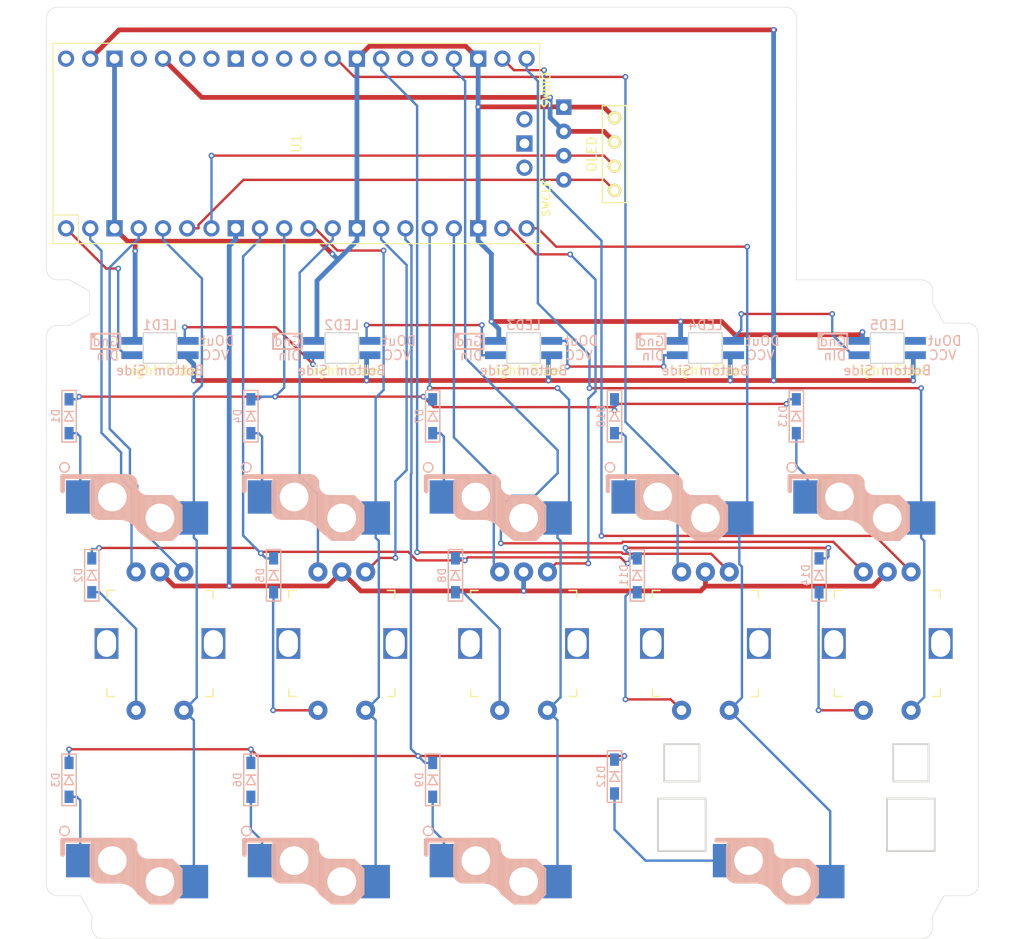
<source format=kicad_pcb>
(kicad_pcb (version 20240108) (generator "pcbnew") (generator_version "8.0")
  (layers (0 "F.Cu" signal) (31 "B.Cu" signal) (34 "B.Paste" user) (35 "F.Paste" user) (36 "B.SilkS" user "B.Silkscreen") (37 "F.SilkS" user "F.Silkscreen") (38 "B.Mask" user) (39 "F.Mask" user) (44 "Edge.Cuts" user))
  (net 0 "")
  (net 1 "Net-(D1-A)")
  (net 2 "Row0")
  (net 3 "Net-(D2-A)")
  (net 4 "Row1")
  (net 5 "Net-(D3-A)")
  (net 6 "Net-(D4-A)")
  (net 7 "Net-(D5-A)")
  (net 8 "Net-(D6-A)")
  (net 9 "Net-(D7-A)")
  (net 10 "Net-(D8-A)")
  (net 11 "Net-(D9-A)")
  (net 12 "SCL")
  (net 13 "GND")
  (net 14 "SDA")
  (net 15 "VCC")
  (net 16 "Col0")
  (net 17 "Col1")
  (net 18 "Col2")
  (net 19 "Col3")
  (net 21 "LED")
  (net 22 "Col4")
  (net 23 "Row2")
  (net 24 "Net-(D11-A)")
  (net 31 "Net-(D12-A)")
  (net 32 "Net-(LED1-DOUT)")
  (net 33 "Net-(D13-A)")
  (net 34 "RE1_B")
  (net 35 "RE1_A")
  (net 36 "RE2_A")
  (net 37 "RE2_B")
  (net 38 "RE3_A")
  (net 39 "RE3_B")
  (net 40 "RE4_A")
  (net 41 "RE4_B")
  (net 42 "RE5_A")
  (net 43 "RE5_B")
  (net 44 "Net-(D10-A)")
  (net 45 "Net-(LED2-DOUT)")
  (net 46 "Net-(LED3-DOUT)")
  (net 47 "Net-(LED4-DOUT)")
  (net 54 "Net-(D14-A)")
  (net 55 "3v3")
  (footprint "kbd_Parts:Diode_SMD" (layer "F.Cu") (at 64.2938 59.5312 -90)
    (property "Reference" "D4")
    (property "Value" "D" (hide yes))
  )
  (footprint "kbd_Parts:LED_SK6812MINI-E_BL" (layer "F.Cu") (at 130.9688 52.3875)
    (property "Reference" "LED5")
    (property "Value" "LED_SK6812MINI-E")
    (fp_line (start -1.75 -1.6) (end 1.75 -1.6) (stroke (width 0.12)) (layer "Edge.Cuts"))
    (fp_line (start -1.75 1.6) (end -1.75 -1.6) (stroke (width 0.12)) (layer "Edge.Cuts"))
    (fp_line (start 1.75 -1.6) (end 1.75 1.6) (stroke (width 0.12)) (layer "Edge.Cuts"))
    (fp_line (start 1.75 1.6) (end -1.75 1.6) (stroke (width 0.12)) (layer "Edge.Cuts"))
  )
  (footprint "Rikkodo_FootPrint:rkd_Choc_v2_Hotswap_1u" (layer "F.Cu") (at 73.8188 102.3937)
    (property "Reference" "SW6" (hide yes))
    (property "Value" "SW_Push" (hide yes))
  )
  (footprint "kbd_Parts:Diode_SMD" (layer "F.Cu") (at 102.3938 97.2849 -90)
    (property "Reference" "D12")
    (property "Value" "D" (hide yes))
  )
  (footprint "Rikkodo_FootPrint:rkd_Choc_v2_Hotswap_1u" (layer "F.Cu") (at 92.8688 102.3937)
    (property "Reference" "SW9" (hide yes))
    (property "Value" "SW_Push" (hide yes))
  )
  (footprint "kbd_Parts:LED_SK6812MINI-E_BL" (layer "F.Cu") (at 54.7688 52.3874)
    (property "Reference" "LED1")
    (property "Value" "LED_SK6812MINI-E")
    (fp_line (start -1.75 -1.6) (end 1.75 -1.6) (stroke (width 0.12)) (layer "Edge.Cuts"))
    (fp_line (start -1.75 1.6) (end -1.75 -1.6) (stroke (width 0.12)) (layer "Edge.Cuts"))
    (fp_line (start 1.75 -1.6) (end 1.75 1.6) (stroke (width 0.12)) (layer "Edge.Cuts"))
    (fp_line (start 1.75 1.6) (end -1.75 1.6) (stroke (width 0.12)) (layer "Edge.Cuts"))
  )
  (footprint "kbd_Parts:RotaryEncoder_EC12E" (layer "F.Cu") (at 92.8688 83.3437 -90)
    (property "Reference" "SW8")
    (property "Value" "RotaryEncoder_Switch")
  )
  (footprint "kbd_Parts:LED_SK6812MINI-E_BL" (layer "F.Cu") (at 92.8688 52.3874)
    (property "Reference" "LED3")
    (property "Value" "LED_SK6812MINI-E")
    (fp_line (start -1.75 -1.6) (end 1.75 -1.6) (stroke (width 0.12)) (layer "Edge.Cuts"))
    (fp_line (start -1.75 1.6) (end -1.75 -1.6) (stroke (width 0.12)) (layer "Edge.Cuts"))
    (fp_line (start 1.75 -1.6) (end 1.75 1.6) (stroke (width 0.12)) (layer "Edge.Cuts"))
    (fp_line (start 1.75 1.6) (end -1.75 1.6) (stroke (width 0.12)) (layer "Edge.Cuts"))
  )
  (footprint "kbd_Parts:RotaryEncoder_EC12E" (layer "F.Cu") (at 73.8188 83.3437 -90)
    (property "Reference" "SW5")
    (property "Value" "RotaryEncoder_Switch")
  )
  (footprint "kbd_Parts:Diode_SMD" (layer "F.Cu") (at 45.2438 59.5312 -90)
    (property "Reference" "D1")
    (property "Value" "D" (hide yes))
  )
  (footprint "kbd_Parts:Diode_SMD" (layer "F.Cu") (at 64.2938 97.6312 -90)
    (property "Reference" "D6")
    (property "Value" "D" (hide yes))
  )
  (footprint "kbd_Parts:Diode_SMD" (layer "F.Cu") (at 83.3438 97.6312 -90)
    (property "Reference" "D9")
    (property "Value" "D" (hide yes))
  )
  (footprint "Rikkodo_FootPrint:rkd_Choc_v2_Hotswap_1u" (layer "F.Cu") (at 54.7688 102.3937)
    (property "Reference" "SW3" (hide yes))
    (property "Value" "SW_Push" (hide yes))
  )
  (footprint "kbd_Parts:OLED" (layer "F.Cu") (at 102.3938 35.8775 90)
    (property "Reference" "OL2")
    (property "Value" "OLED" (hide yes))
  )
  (footprint "Rikkodo_FootPrint:rkd_Choc_v2_Hotswap_2u" (layer "F.Cu") (at 121.44375 102.39375)
    (property "Reference" "SW12" (hide yes))
    (property "Value" "SW_Push" (hide yes))
    (fp_line (start -14.5 -2.8) (end -9.5 -2.8) (stroke (width 0.2)) (layer "Edge.Cuts"))
    (fp_line (start -14.5 2.7) (end -14.5 -2.8) (stroke (width 0.2)) (layer "Edge.Cuts"))
    (fp_line (start -13.85 -8.5) (end -10.15 -8.5) (stroke (width 0.2)) (layer "Edge.Cuts"))
    (fp_line (start -13.85 -4.6) (end -13.85 -8.5) (stroke (width 0.2)) (layer "Edge.Cuts"))
    (fp_line (start -10.15 -8.5) (end -10.15 -4.6) (stroke (width 0.2)) (layer "Edge.Cuts"))
    (fp_line (start -10.15 -4.6) (end -13.85 -4.6) (stroke (width 0.2)) (layer "Edge.Cuts"))
    (fp_line (start -9.5 -2.8) (end -9.5 2.7) (stroke (width 0.2)) (layer "Edge.Cuts"))
    (fp_line (start -9.5 2.7) (end -14.5 2.7) (stroke (width 0.2)) (layer "Edge.Cuts"))
    (fp_line (start 9.5 -2.8) (end 9.5 2.7) (stroke (width 0.2)) (layer "Edge.Cuts"))
    (fp_line (start 9.5 2.7) (end 14.5 2.7) (stroke (width 0.2)) (layer "Edge.Cuts"))
    (fp_line (start 10.15 -8.5) (end 10.15 -4.6) (stroke (width 0.2)) (layer "Edge.Cuts"))
    (fp_line (start 10.15 -4.6) (end 13.85 -4.6) (stroke (width 0.2)) (layer "Edge.Cuts"))
    (fp_line (start 13.85 -8.5) (end 10.15 -8.5) (stroke (width 0.2)) (layer "Edge.Cuts"))
    (fp_line (start 13.85 -8.5) (end 13.85 -4.6) (stroke (width 0.2)) (layer "Edge.Cuts"))
    (fp_line (start 14.5 -2.8) (end 9.5 -2.8) (stroke (width 0.2)) (layer "Edge.Cuts"))
    (fp_line (start 14.5 2.7) (end 14.5 -2.8) (stroke (width 0.2)) (layer "Edge.Cuts"))
  )
  (footprint "kbd_Parts:Diode_SMD" (layer "F.Cu") (at 102.3938 59.5312 -90)
    (property "Reference" "D10")
    (property "Value" "D" (hide yes))
  )
  (footprint "Rikkodo_FootPrint:rkd_Choc_v2_Hotswap_1u" (layer "F.Cu") (at 92.8688 64.2937)
    (property "Reference" "SW7" (hide yes))
    (property "Value" "SW_Push" (hide yes))
  )
  (footprint "Rikkodo_FootPrint:rkd_Choc_v2_Hotswap_1u" (layer "F.Cu") (at 130.9688 64.2937)
    (property "Reference" "SW13" (hide yes))
    (property "Value" "SW_Push" (hide yes))
  )
  (footprint "Rikkodo_FootPrint:rkd_RPi_Pico_TH" (layer "F.Cu") (at 69.0563 30.9562 90)
    (property "Reference" "U1")
    (property "Value" "Pico")
  )
  (footprint "kbd_Parts:LED_SK6812MINI-E_BL" (layer "F.Cu") (at 111.9188 52.3875)
    (property "Reference" "LED4")
    (property "Value" "LED_SK6812MINI-E")
    (fp_line (start -1.75 -1.6) (end 1.75 -1.6) (stroke (width 0.12)) (layer "Edge.Cuts"))
    (fp_line (start -1.75 1.6) (end -1.75 -1.6) (stroke (width 0.12)) (layer "Edge.Cuts"))
    (fp_line (start 1.75 -1.6) (end 1.75 1.6) (stroke (width 0.12)) (layer "Edge.Cuts"))
    (fp_line (start 1.75 1.6) (end -1.75 1.6) (stroke (width 0.12)) (layer "Edge.Cuts"))
  )
  (footprint "Rikkodo_FootPrint:rkd_Choc_v2_Hotswap_1u" (layer "F.Cu") (at 73.8188 64.2937)
    (property "Reference" "SW4" (hide yes))
    (property "Value" "SW_Push" (hide yes))
  )
  (footprint "BrownSugar_KBD:OLED_center_display" (layer "F.Cu") (at 78.5813 30.9562 90)
    (property "Reference" "OL1")
    (property "Value" "OLED" (hide yes))
  )
  (footprint "kbd_Parts:RotaryEncoder_EC12E" (layer "F.Cu") (at 130.9688 83.3437 -90)
    (property "Reference" "SW14")
    (property "Value" "RotaryEncoder_Switch")
  )
  (footprint "kbd_Parts:Diode_SMD" (layer "F.Cu") (at 123.825 76.2 -90)
    (property "Reference" "D14")
    (property "Value" "D" (hide yes))
  )
  (footprint "kbd_Parts:Diode_SMD" (layer "F.Cu") (at 121.4438 59.5312 -90)
    (property "Reference" "D13")
    (property "Value" "D" (hide yes))
  )
  (footprint "kbd_Parts:Diode_SMD" (layer "F.Cu") (at 66.675 76.2 -90)
    (property "Reference" "D5")
    (property "Value" "D" (hide yes))
  )
  (footprint "Rikkodo_FootPrint:rkd_Choc_v2_Hotswap_1u" (layer "F.Cu") (at 111.9188 64.2937)
    (property "Reference" "SW10" (hide yes))
    (property "Value" "SW_Push" (hide yes))
  )
  (footprint "kbd_Parts:Diode_SMD" (layer "F.Cu") (at 83.3438 59.5312 -90)
    (property "Reference" "D7")
    (property "Value" "D" (hide yes))
  )
  (footprint "kbd_Parts:Diode_SMD" (layer "F.Cu") (at 45.2438 97.6312 -90)
    (property "Reference" "D3")
    (property "Value" "D" (hide yes))
  )
  (footprint "kbd_Parts:Diode_SMD" (layer "F.Cu") (at 104.775 76.2 -90)
    (property "Reference" "D11")
    (property "Value" "D" (hide yes))
  )
  (footprint "kbd_Parts:Diode_SMD" (layer "F.Cu") (at 47.625 76.2 -90)
    (property "Reference" "D2")
    (property "Value" "D" (hide yes))
  )
  (footprint "kbd_Parts:Diode_SMD" (layer "F.Cu") (at 85.725 76.2 -90)
    (property "Reference" "D8")
    (property "Value" "D" (hide yes))
  )
  (footprint "kbd_Parts:RotaryEncoder_EC12E" (layer "F.Cu") (at 54.7688 83.3437 -90)
    (property "Reference" "SW2")
    (property "Value" "RotaryEncoder_Switch")
  )
  (footprint "kbd_Parts:RotaryEncoder_EC12E" (layer "F.Cu") (at 111.9188 83.3437 -90)
    (property "Reference" "SW11")
    (property "Value" "RotaryEncoder_Switch")
  )
  (footprint "kbd_Parts:LED_SK6812MINI-E_BL" (layer "F.Cu") (at 73.8188 52.3874)
    (property "Reference" "LED2")
    (property "Value" "LED_SK6812MINI-E")
    (fp_line (start -1.75 -1.6) (end 1.75 -1.6) (stroke (width 0.12)) (layer "Edge.Cuts"))
    (fp_line (start -1.75 1.6) (end -1.75 -1.6) (stroke (width 0.12)) (layer "Edge.Cuts"))
    (fp_line (start 1.75 -1.6) (end 1.75 1.6) (stroke (width 0.12)) (layer "Edge.Cuts"))
    (fp_line (start 1.75 1.6) (end -1.75 1.6) (stroke (width 0.12)) (layer "Edge.Cuts"))
  )
  (footprint "Rikkodo_FootPrint:rkd_Choc_v2_Hotswap_1u" (layer "F.Cu") (at 54.7687 64.2937)
    (property "Reference" "SW1" (hide yes))
    (property "Value" "SW_Push" (hide yes))
  )
  (gr_arc (start 135.73125 113.109375) (mid 135.382524 113.951274) (end 134.540625 114.3) (stroke (width 0.05)) (layer "Edge.Cuts"))
  (gr_line (start 42.862525 51.196875) (end 42.853125 108.578125) (stroke (width 0.05)) (layer "Edge.Cuts"))
  (gr_line (start 42.862525 17.859375) (end 42.8625 44.053125) (stroke (width 0.05)) (layer "Edge.Cuts"))
  (gr_arc (start 42.862525 51.196875) (mid 43.211244 50.354994) (end 44.053125 50.006275) (stroke (width 0.05)) (layer "Edge.Cuts"))
  (gr_line (start 45.24375 45.225) (end 47.39375 46.425) (stroke (width 0.05)) (layer "Edge.Cuts"))
  (gr_arc (start 44.053125 45.24375) (mid 43.211226 44.895024) (end 42.8625 44.053125) (stroke (width 0.05)) (layer "Edge.Cuts"))
  (gr_arc (start 140.503125 108.578125) (mid 140.154399 109.420024) (end 139.3125 109.76875) (stroke (width 0.05)) (layer "Edge.Cuts"))
  (gr_line (start 139.3125 49.775) (end 136.9125 49.775) (stroke (width 0.05)) (layer "Edge.Cuts"))
  (gr_line (start 135.73125 113.109375) (end 135.7125 111.91875) (stroke (width 0.05)) (layer "Edge.Cuts"))
  (gr_line (start 140.503125 50.965625) (end 140.503125 108.578125) (stroke (width 0.05)) (layer "Edge.Cuts"))
  (gr_line (start 44.04375 109.76875) (end 46.44375 109.76875) (stroke (width 0.05)) (layer "Edge.Cuts"))
  (gr_line (start 136.9125 109.76875) (end 139.3125 109.76875) (stroke (width 0.05)) (layer "Edge.Cuts"))
  (gr_arc (start 48.815625 114.3) (mid 47.973726 113.951274) (end 47.625 113.109375) (stroke (width 0.05)) (layer "Edge.Cuts"))
  (gr_line (start 121.471875 17.8594) (end 121.44375 45.24375) (stroke (width 0.05)) (layer "Edge.Cuts"))
  (gr_line (start 47.39375 48.825) (end 47.39375 46.425) (stroke (width 0.05)) (layer "Edge.Cuts"))
  (gr_arc (start 134.540625 45.24375) (mid 135.382502 45.592498) (end 135.73125 46.434375) (stroke (width 0.05)) (layer "Edge.Cuts"))
  (gr_line (start 47.64375 111.91875) (end 47.625 113.109375) (stroke (width 0.05)) (layer "Edge.Cuts"))
  (gr_line (start 120.28125 16.668775) (end 44.05315 16.66875) (stroke (width 0.05)) (layer "Edge.Cuts"))
  (gr_line (start 44.053125 50.006275) (end 45.24375 50.025) (stroke (width 0.05)) (layer "Edge.Cuts"))
  (gr_line (start 45.24375 50.025) (end 47.39375 48.825) (stroke (width 0.05)) (layer "Edge.Cuts"))
  (gr_line (start 45.24375 45.225) (end 44.053125 45.24375) (stroke (width 0.05)) (layer "Edge.Cuts"))
  (gr_arc (start 42.862525 17.859375) (mid 43.211261 17.017501) (end 44.05315 16.66875) (stroke (width 0.05)) (layer "Edge.Cuts"))
  (gr_line (start 48.815625 114.3) (end 134.540625 114.3) (stroke (width 0.05)) (layer "Edge.Cuts"))
  (gr_arc (start 44.04375 109.76875) (mid 43.201851 109.420024) (end 42.853125 108.578125) (stroke (width 0.05)) (layer "Edge.Cuts"))
  (gr_arc (start 139.3125 49.775) (mid 140.154399 50.123726) (end 140.503125 50.965625) (stroke (width 0.05)) (layer "Edge.Cuts"))
  (gr_arc (start 120.28125 16.668775) (mid 121.123108 17.01752) (end 121.471875 17.8594) (stroke (width 0.05)) (layer "Edge.Cuts"))
  (gr_line (start 135.7125 47.625) (end 136.9125 49.775) (stroke (width 0.05)) (layer "Edge.Cuts"))
  (gr_line (start 121.44375 45.24375) (end 134.540625 45.24375) (stroke (width 0.05)) (layer "Edge.Cuts"))
  (gr_line (start 135.7125 111.91875) (end 136.9125 109.76875) (stroke (width 0.05)) (layer "Edge.Cuts"))
  (gr_line (start 46.44375 109.76875) (end 47.64375 111.91875) (stroke (width 0.05)) (layer "Edge.Cuts"))
  (gr_line (start 135.73125 46.434375) (end 135.7125 47.625) (stroke (width 0.05)) (layer "Edge.Cuts"))
  (segment (start 45.2438 61.3062) (end 46.0455 61.3062) (width 0.25) (layer "B.Cu") (net 1))
  (segment (start 46.4187 61.6794) (end 46.0455 61.3062) (width 0.25) (layer "B.Cu") (net 1))
  (segment (start 46.4187 67.9937) (end 46.4187 61.6794) (width 0.25) (layer "B.Cu") (net 1))
  (segment (start 46.294 57.4814) (end 66.8373 57.4814) (width 0.25) (layer "F.Cu") (net 2))
  (segment (start 102.7344 58.2394) (end 102.3938 58.58) (width 0.25) (layer "F.Cu") (net 2))
  (segment (start 102.3938 58.58) (end 102.3938 58.9206) (width 0.25) (layer "F.Cu") (net 2))
  (segment (start 102.3938 58.58) (end 83.4518 58.58) (width 0.25) (layer "F.Cu") (net 2))
  (segment (start 120.4086 58.2394) (end 102.7344 58.2394) (width 0.25) (layer "F.Cu") (net 2))
  (segment (start 83.4518 58.58) (end 82.3532 57.4814) (width 0.25) (layer "F.Cu") (net 2))
  (segment (start 82.3532 57.4814) (end 66.8373 57.4814) (width 0.25) (layer "F.Cu") (net 2))
  (via (at 82.3532 57.4814) (size 0.6) (drill 0.3) (layers "F.Cu" "B.Cu") (net 2))
  (via (at 102.3938 58.9206) (size 0.6) (drill 0.3) (layers "F.Cu" "B.Cu") (net 2))
  (via (at 120.4086 58.2394) (size 0.6) (drill 0.3) (layers "F.Cu" "B.Cu") (net 2))
  (via (at 66.8373 57.4814) (size 0.6) (drill 0.3) (layers "F.Cu" "B.Cu") (net 2))
  (via (at 46.294 57.4814) (size 0.6) (drill 0.3) (layers "F.Cu" "B.Cu") (net 2))
  (segment (start 120.6421 58.0059) (end 120.4086 58.2394) (width 0.25) (layer "B.Cu") (net 2))
  (segment (start 67.7863 39.8462) (end 67.7863 56.5324) (width 0.25) (layer "B.Cu") (net 2))
  (segment (start 66.8373 57.4814) (end 65.3703 57.4814) (width 0.25) (layer "B.Cu") (net 2))
  (segment (start 46.0455 57.7562) (end 46.0455 57.7299) (width 0.25) (layer "B.Cu") (net 2))
  (segment (start 67.7863 56.5324) (end 66.8373 57.4814) (width 0.25) (layer "B.Cu") (net 2))
  (segment (start 64.2938 57.7562) (end 65.0955 57.7562) (width 0.25) (layer "B.Cu") (net 2))
  (segment (start 121.4438 57.7562) (end 120.6421 57.7562) (width 0.25) (layer "B.Cu") (net 2))
  (segment (start 65.3703 57.4814) (end 65.0955 57.7562) (width 0.25) (layer "B.Cu") (net 2))
  (segment (start 83.3438 57.7562) (end 82.628 57.7562) (width 0.25) (layer "B.Cu") (net 2))
  (segment (start 45.2438 57.7562) (end 46.0455 57.7562) (width 0.25) (layer "B.Cu") (net 2))
  (segment (start 120.6421 57.7562) (end 120.6421 58.0059) (width 0.25) (layer "B.Cu") (net 2))
  (segment (start 82.628 57.7562) (end 82.3532 57.4814) (width 0.25) (layer "B.Cu") (net 2))
  (segment (start 102.3938 57.7562) (end 102.3938 58.9206) (width 0.25) (layer "B.Cu") (net 2))
  (segment (start 46.0455 57.7299) (end 46.294 57.4814) (width 0.25) (layer "B.Cu") (net 2))
  (segment (start 52.2688 90.3437) (end 52.2688 81.8171) (width 0.25) (layer "B.Cu") (net 3))
  (segment (start 47.625 77.975) (end 48.4267 77.975) (width 0.25) (layer "B.Cu") (net 3))
  (segment (start 52.2688 81.8171) (end 48.4267 77.975) (width 0.25) (layer "B.Cu") (net 3))
  (segment (start 103.5397 73.3181) (end 124.805 73.3181) (width 0.25) (layer "F.Cu") (net 4))
  (segment (start 103.0145 74.3179) (end 103.6512 74.9546) (width 0.25) (layer "F.Cu") (net 4))
  (segment (start 48.3918 73.3353) (end 64.7836 73.3353) (width 0.25) (layer "F.Cu") (net 4))
  (segment (start 64.7836 73.3353) (end 65.3405 73.8922) (width 0.25) (layer "F.Cu") (net 4))
  (segment (start 86.7156 74.6362) (end 81.668 74.6362) (width 0.25) (layer "F.Cu") (net 4))
  (segment (start 87.0339 74.3179) (end 103.0145 74.3179) (width 0.25) (layer "F.Cu") (net 4))
  (segment (start 86.7156 74.6362) (end 87.0339 74.3179) (width 0.25) (layer "F.Cu") (net 4))
  (segment (start 103.6512 74.9546) (end 103.7787 74.9546) (width 0.25) (layer "F.Cu") (net 4))
  (segment (start 81.668 74.6362) (end 80.7738 73.742) (width 0.25) (layer "F.Cu") (net 4))
  (segment (start 80.7738 73.742) (end 65.4907 73.742) (width 0.25) (layer "F.Cu") (net 4))
  (segment (start 65.4907 73.742) (end 65.3405 73.8922) (width 0.25) (layer "F.Cu") (net 4))
  (via (at 65.3405 73.8922) (size 0.6) (drill 0.3) (layers "F.Cu" "B.Cu") (net 4))
  (via (at 86.7156 74.6362) (size 0.6) (drill 0.3) (layers "F.Cu" "B.Cu") (net 4))
  (via (at 48.3918 73.3353) (size 0.6) (drill 0.3) (layers "F.Cu" "B.Cu") (net 4))
  (via (at 103.5397 73.3181) (size 0.6) (drill 0.3) (layers "F.Cu" "B.Cu") (net 4))
  (via (at 103.7787 74.9546) (size 0.6) (drill 0.3) (layers "F.Cu" "B.Cu") (net 4))
  (via (at 124.805 73.3181) (size 0.6) (drill 0.3) (layers "F.Cu" "B.Cu") (net 4))
  (segment (start 63.4808 72.0325) (end 65.3405 73.8922) (width 0.25) (layer "B.Cu") (net 4))
  (segment (start 124.805 74.2467) (end 124.805 73.3181) (width 0.25) (layer "B.Cu") (net 4))
  (segment (start 104.775 74.425) (end 104.3742 74.425) (width 0.25) (layer "B.Cu") (net 4))
  (segment (start 103.5397 73.5905) (end 103.5397 73.3181) (width 0.25) (layer "B.Cu") (net 4))
  (segment (start 65.3405 73.8922) (end 65.8733 74.425) (width 0.25) (layer "B.Cu") (net 4))
  (segment (start 65.2463 39.8462) (end 65.2463 41.0229) (width 0.25) (layer "B.Cu") (net 4))
  (segment (start 63.4808 42.7884) (end 63.4808 72.0325) (width 0.25) (layer "B.Cu") (net 4))
  (segment (start 103.9733 74.76) (end 103.9733 74.425) (width 0.25) (layer "B.Cu") (net 4))
  (segment (start 86.5267 74.4473) (end 86.7156 74.6362) (width 0.25) (layer "B.Cu") (net 4))
  (segment (start 66.675 74.425) (end 65.8733 74.425) (width 0.25) (layer "B.Cu") (net 4))
  (segment (start 47.625 74.425) (end 47.625 73.4483) (width 0.25) (layer "B.Cu") (net 4))
  (segment (start 47.625 73.4483) (end 48.2788 73.4483) (width 0.25) (layer "B.Cu") (net 4))
  (segment (start 86.5267 74.425) (end 86.5267 74.4473) (width 0.25) (layer "B.Cu") (net 4))
  (segment (start 103.7787 74.9546) (end 103.9733 74.76) (width 0.25) (layer "B.Cu") (net 4))
  (segment (start 48.2788 73.4483) (end 48.3918 73.3353) (width 0.25) (layer "B.Cu") (net 4))
  (segment (start 104.3742 74.425) (end 103.5397 73.5905) (width 0.25) (layer "B.Cu") (net 4))
  (segment (start 85.725 74.425) (end 86.5267 74.425) (width 0.25) (layer "B.Cu") (net 4))
  (segment (start 124.6267 74.425) (end 124.805 74.2467) (width 0.25) (layer "B.Cu") (net 4))
  (segment (start 123.825 74.425) (end 124.6267 74.425) (width 0.25) (layer "B.Cu") (net 4))
  (segment (start 104.3742 74.425) (end 103.9733 74.425) (width 0.25) (layer "B.Cu") (net 4))
  (segment (start 65.2463 41.0229) (end 63.4808 42.7884) (width 0.25) (layer "B.Cu") (net 4))
  (segment (start 45.2438 99.4062) (end 46.0455 99.4062) (width 0.25) (layer "B.Cu") (net 5))
  (segment (start 46.4188 99.7795) (end 46.0455 99.4062) (width 0.25) (layer "B.Cu") (net 5))
  (segment (start 46.4188 106.0937) (end 46.4188 99.7795) (width 0.25) (layer "B.Cu") (net 5))
  (segment (start 65.4688 61.6795) (end 65.0955 61.3062) (width 0.25) (layer "B.Cu") (net 6))
  (segment (start 65.4688 67.9937) (end 65.4688 61.6795) (width 0.25) (layer "B.Cu") (net 6))
  (segment (start 64.2938 61.3062) (end 65.0955 61.3062) (width 0.25) (layer "B.Cu") (net 6))
  (segment (start 71.3188 90.3437) (end 66.6242 90.3437) (width 0.25) (layer "F.Cu") (net 7))
  (via (at 66.6242 90.3437) (size 0.6) (drill 0.3) (layers "F.Cu" "B.Cu") (net 7))
  (segment (start 66.6242 79.0025) (end 66.6242 90.3437) (width 0.25) (layer "B.Cu") (net 7))
  (segment (start 66.675 78.9517) (end 66.6242 79.0025) (width 0.25) (layer "B.Cu") (net 7))
  (segment (start 66.675 77.975) (end 66.675 78.9517) (width 0.25) (layer "B.Cu") (net 7))
  (segment (start 64.2938 102.842) (end 64.2938 99.4062) (width 0.25) (layer "B.Cu") (net 8))
  (segment (start 65.4688 104.017) (end 64.2938 102.842) (width 0.25) (layer "B.Cu") (net 8))
  (segment (start 65.4688 106.0937) (end 65.4688 104.017) (width 0.25) (layer "B.Cu") (net 8))
  (segment (start 84.5188 61.6795) (end 84.1455 61.3062) (width 0.25) (layer "B.Cu") (net 9))
  (segment (start 83.3438 61.3062) (end 84.1455 61.3062) (width 0.25) (layer "B.Cu") (net 9))
  (segment (start 84.5188 67.9937) (end 84.5188 61.6795) (width 0.25) (layer "B.Cu") (net 9))
  (segment (start 90.3688 81.8171) (end 86.5267 77.975) (width 0.25) (layer "B.Cu") (net 10))
  (segment (start 90.3688 90.3437) (end 90.3688 81.8171) (width 0.25) (layer "B.Cu") (net 10))
  (segment (start 85.725 77.975) (end 86.5267 77.975) (width 0.25) (layer "B.Cu") (net 10))
  (segment (start 83.3438 102.842) (end 83.3438 99.4062) (width 0.25) (layer "B.Cu") (net 11))
  (segment (start 84.5188 106.0937) (end 84.5188 104.017) (width 0.25) (layer "B.Cu") (net 11))
  (segment (start 84.5188 104.017) (end 83.3438 102.842) (width 0.25) (layer "B.Cu") (net 11))
  (segment (start 97.0813 32.2262) (end 60.1663 32.2262) (width 0.25) (layer "F.Cu") (net 12))
  (segment (start 97.0813 32.2262) (end 101.2825 32.2262) (width 0.25) (layer "F.Cu") (net 12))
  (segment (start 101.2825 32.2262) (end 102.3938 33.3375) (width 0.25) (layer "F.Cu") (net 12))
  (via (at 60.1663 32.2262) (size 0.6) (drill 0.3) (layers "F.Cu" "B.Cu") (net 12))
  (segment (start 60.1663 39.8462) (end 60.1663 32.2262) (width 0.25) (layer "B.Cu") (net 12))
  (segment (start 111.4212 77.8342) (end 111.9188 77.3366) (width 0.5) (layer "F.Cu") (net 13))
  (segment (start 52.1688 41.1989) (end 62.7063 41.1989) (width 0.5) (layer "F.Cu") (net 13))
  (segment (start 52.1688 41.1989) (end 52.1688 42.2359) (width 0.5) (layer "F.Cu") (net 13))
  (segment (start 72.3431 77.3194) (end 73.8188 75.8437) (width 0.5) (layer "F.Cu") (net 13))
  (segment (start 89.4942 49.6068) (end 109.3188 49.6068) (width 0.5) (layer "F.Cu") (net 13))
  (segment (start 50.0063 39.8462) (end 51.359 41.1989) (width 0.5) (layer "F.Cu") (net 13))
  (segment (start 113.604025 49.6068) (end 114.991125 50.9939) (width 0.5) (layer "F.Cu") (net 13))
  (segment (start 62.7063 39.8462) (end 62.7063 41.1989) (width 0.5) (layer "F.Cu") (net 13))
  (segment (start 97.0813 27.1462) (end 97.0513 27.1162) (width 0.5) (layer "F.Cu") (net 13))
  (segment (start 114.991125 50.9939) (end 128.0902 50.9939) (width 0.5) (layer "F.Cu") (net 13))
  (segment (start 51.359 41.1989) (end 52.1688 41.1989) (width 0.5) (layer "F.Cu") (net 13))
  (segment (start 71.4917 41.1989) (end 72.8275 42.5347) (width 0.5) (layer "F.Cu") (net 13))
  (segment (start 129.4759 77.3366) (end 130.9688 75.8437) (width 0.5) (layer "F.Cu") (net 13))
  (segment (start 102.3938 28.2575) (end 101.2825 27.1462) (width 0.5) (layer "F.Cu") (net 13))
  (segment (start 54.7688 75.8437) (end 56.2445 77.3194) (width 0.5) (layer "F.Cu") (net 13))
  (segment (start 62.0269 77.3194) (end 72.3431 77.3194) (width 0.5) (layer "F.Cu") (net 13))
  (segment (start 86.8063 20.7662) (end 88.1063 22.0662) (width 0.5) (layer "F.Cu") (net 13))
  (segment (start 92.8688 77.8342) (end 111.4212 77.8342) (width 0.5) (layer "F.Cu") (net 13))
  (segment (start 56.2445 77.3194) (end 62.0269 77.3194) (width 0.5) (layer "F.Cu") (net 13))
  (segment (start 111.9188 77.3366) (end 129.4759 77.3366) (width 0.5) (layer "F.Cu") (net 13))
  (segment (start 88.1065 27.1162) (end 88.1063 27.1164) (width 0.5) (layer "F.Cu") (net 13))
  (segment (start 75.8093 77.8342) (end 92.8688 77.8342) (width 0.5) (layer "F.Cu") (net 13))
  (segment (start 109.3188 49.6068) (end 113.604025 49.6068) (width 0.5) (layer "F.Cu") (net 13))
  (segment (start 97.0513 27.1162) (end 88.1065 27.1162) (width 0.5) (layer "F.Cu") (net 13))
  (segment (start 101.2825 27.1462) (end 97.0813 27.1462) (width 0.5) (layer "F.Cu") (net 13))
  (segment (start 128.0902 50.9939) (end 128.3688 50.7153) (width 0.5) (layer "F.Cu") (net 13))
  (segment (start 62.7063 41.1989) (end 71.4917 41.1989) (width 0.5) (layer "F.Cu") (net 13))
  (segment (start 73.8188 75.8437) (end 75.8093 77.8342) (width 0.5) (layer "F.Cu") (net 13))
  (segment (start 76.7063 20.7662) (end 86.8063 20.7662) (width 0.5) (layer "F.Cu") (net 13))
  (segment (start 75.4063 22.0662) (end 76.7063 20.7662) (width 0.5) (layer "F.Cu") (net 13))
  (segment (start 111.9188 77.3366) (end 111.9188 75.8437) (width 0.5) (layer "F.Cu") (net 13))
  (via (at 89.4942 49.6068) (size 0.6) (drill 0.3) (layers "F.Cu" "B.Cu") (net 13))
  (via (at 88.1063 27.1164) (size 0.6) (drill 0.3) (layers "F.Cu" "B.Cu") (net 13))
  (via (at 62.0269 77.3194) (size 0.6) (drill 0.3) (layers "F.Cu" "B.Cu") (net 13))
  (via (at 72.8275 42.5347) (size 0.6) (drill 0.3) (layers "F.Cu" "B.Cu") (net 13))
  (via (at 109.3188 49.6068) (size 0.6) (drill 0.3) (layers "F.Cu" "B.Cu") (net 13))
  (via (at 52.1688 42.2359) (size 0.6) (drill 0.3) (layers "F.Cu" "B.Cu") (net 13))
  (via (at 128.3688 50.7153) (size 0.6) (drill 0.3) (layers "F.Cu" "B.Cu") (net 13))
  (via (at 92.8688 77.8342) (size 0.6) (drill 0.3) (layers "F.Cu" "B.Cu") (net 13))
  (segment (start 73.4235 43.1307) (end 75.4063 41.1479) (width 0.5) (layer "B.Cu") (net 13))
  (segment (start 109.3188 51.6375) (end 109.3188 49.6068) (width 0.5) (layer "B.Cu") (net 13))
  (segment (start 72.8275 42.5347) (end 73.4235 43.1307) (width 0.5) (layer "B.Cu") (net 13))
  (segment (start 75.4063 22.0662) (end 75.4063 39.8462) (width 0.5) (layer "B.Cu") (net 13))
  (segment (start 71.2188 45.3354) (end 73.4235 43.1307) (width 0.5) (layer "B.Cu") (net 13))
  (segment (start 89.4942 49.6068) (end 90.2688 50.3814) (width 0.5) (layer "B.Cu") (net 13))
  (segment (start 88.1063 41.1479) (end 89.4942 42.5358) (width 0.5) (layer "B.Cu") (net 13))
  (segment (start 52.1688 51.6374) (end 52.1688 42.2359) (width 0.5) (layer "B.Cu") (net 13))
  (segment (start 88.1063 22.0662) (end 88.1063 27.1164) (width 0.5) (layer "B.Cu") (net 13))
  (segment (start 62.0269 41.692388) (end 62.0269 77.3194) (width 0.5) (layer "B.Cu") (net 13))
  (segment (start 89.4942 42.5358) (end 89.4942 49.6068) (width 0.5) (layer "B.Cu") (net 13))
  (segment (start 71.2188 51.6374) (end 71.2188 45.3354) (width 0.5) (layer "B.Cu") (net 13))
  (segment (start 128.3688 51.6375) (end 128.3688 50.7153) (width 0.5) (layer "B.Cu") (net 13))
  (segment (start 62.7063 39.8462) (end 62.7063 41.012988) (width 0.5) (layer "B.Cu") (net 13))
  (segment (start 75.4063 39.8462) (end 75.4063 41.1479) (width 0.5) (layer "B.Cu") (net 13))
  (segment (start 62.7063 41.012988) (end 62.0269 41.692388) (width 0.5) (layer "B.Cu") (net 13))
  (segment (start 88.1063 27.1164) (end 88.1063 39.8462) (width 0.5) (layer "B.Cu") (net 13))
  (segment (start 90.2688 50.3814) (end 90.2688 51.6374) (width 0.5) (layer "B.Cu") (net 13))
  (segment (start 92.8688 75.8437) (end 92.8688 77.8342) (width 0.5) (layer "B.Cu") (net 13))
  (segment (start 50.0063 22.0662) (end 50.0063 39.8462) (width 0.5) (layer "B.Cu") (net 13))
  (segment (start 88.1063 39.8462) (end 88.1063 41.1479) (width 0.5) (layer "B.Cu") (net 13))
  (segment (start 58.803 39.4785) (end 63.5153 34.7662) (width 0.25) (layer "F.Cu") (net 14))
  (segment (start 97.0813 34.7662) (end 101.2825 34.7662) (width 0.25) (layer "F.Cu") (net 14))
  (segment (start 58.803 39.8462) (end 58.803 39.4785) (width 0.25) (layer "F.Cu") (net 14))
  (segment (start 63.5153 34.7662) (end 97.0813 34.7662) (width 0.25) (layer "F.Cu") (net 14))
  (segment (start 101.2825 34.7662) (end 102.3938 35.8775) (width 0.25) (layer "F.Cu") (net 14))
  (segment (start 57.6263 39.8462) (end 58.803 39.8462) (width 0.25) (layer "F.Cu") (net 14))
  (segment (start 114.5188 55.7866) (end 133.6967 55.7866) (width 0.5) (layer "F.Cu") (net 15))
  (segment (start 76.4188 55.7866) (end 95.4688 55.7866) (width 0.5) (layer "F.Cu") (net 15))
  (segment (start 58.3083 55.7866) (end 76.4188 55.7866) (width 0.5) (layer "F.Cu") (net 15))
  (segment (start 50.4825 19.05) (end 119.1904 19.05) (width 0.5) (layer "F.Cu") (net 15))
  (segment (start 47.4663 22.0662) (end 50.4825 19.05) (width 0.5) (layer "F.Cu") (net 15))
  (segment (start 95.4688 55.7866) (end 114.5188 55.7866) (width 0.5) (layer "F.Cu") (net 15))
  (via (at 114.5188 55.7866) (size 0.6) (drill 0.3) (layers "F.Cu" "B.Cu") (net 15))
  (via (at 76.4188 55.7866) (size 0.6) (drill 0.3) (layers "F.Cu" "B.Cu") (net 15))
  (via (at 58.3083 55.7866) (size 0.6) (drill 0.3) (layers "F.Cu" "B.Cu") (net 15))
  (via (at 119.0625 19.05) (size 0.6) (drill 0.3) (layers "F.Cu" "B.Cu") (net 15))
  (via (at 95.4688 55.7866) (size 0.6) (drill 0.3) (layers "F.Cu" "B.Cu") (net 15))
  (via (at 133.6967 55.7866) (size 0.6) (drill 0.3) (layers "F.Cu" "B.Cu") (net 15))
  (via (at 119.0625 55.7866) (size 0.6) (drill 0.3) (layers "F.Cu" "B.Cu") (net 15))
  (segment (start 76.4188 53.1374) (end 76.4188 55.7866) (width 0.5) (layer "B.Cu") (net 15))
  (segment (start 57.3688 53.1374) (end 58.3083 54.0769) (width 0.5) (layer "B.Cu") (net 15))
  (segment (start 114.5188 53.1375) (end 114.5188 55.7866) (width 0.5) (layer "B.Cu") (net 15))
  (segment (start 119.0625 19.05) (end 119.0625 55.7866) (width 0.5) (layer "B.Cu") (net 15))
  (segment (start 133.5688 53.1375) (end 133.6967 53.2654) (width 0.5) (layer "B.Cu") (net 15))
  (segment (start 58.3083 54.0769) (end 58.3083 55.7866) (width 0.5) (layer "B.Cu") (net 15))
  (segment (start 133.6967 53.2654) (end 133.6967 55.7866) (width 0.5) (layer "B.Cu") (net 15))
  (segment (start 95.4688 53.1374) (end 95.4688 55.7866) (width 0.5) (layer "B.Cu") (net 15))
  (segment (start 59.1624 56.3243) (end 58.3187 57.168) (width 0.25) (layer "B.Cu") (net 16))
  (segment (start 58.3187 72.2704) (end 58.6187 72.5704) (width 0.25) (layer "B.Cu") (net 16))
  (segment (start 58.6187 88.9938) (end 57.2688 90.3437) (width 0.25) (layer "B.Cu") (net 16))
  (segment (start 57.2688 90.3437) (end 58.3188 91.3937) (width 0.25) (layer "B.Cu") (net 16))
  (segment (start 55.0863 39.8462) (end 55.0863 41.0229) (width 0.25) (layer "B.Cu") (net 16))
  (segment (start 58.3188 91.3937) (end 58.3188 108.2937) (width 0.25) (layer "B.Cu") (net 16))
  (segment (start 58.6187 72.5704) (end 58.6187 88.9938) (width 0.25) (layer "B.Cu") (net 16))
  (segment (start 59.1624 45.099) (end 59.1624 56.3243) (width 0.25) (layer "B.Cu") (net 16))
  (segment (start 58.3187 70.1937) (end 58.3187 72.2704) (width 0.25) (layer "B.Cu") (net 16))
  (segment (start 55.0863 41.0229) (end 59.1624 45.099) (width 0.25) (layer "B.Cu") (net 16))
  (segment (start 58.3187 57.168) (end 58.3187 70.1937) (width 0.25) (layer "B.Cu") (net 16))
  (segment (start 73.347984 42.1713) (end 78.2029 42.1713) (width 0.25) (layer "F.Cu") (net 17))
  (segment (start 71.022884 39.8462) (end 73.347984 42.1713) (width 0.25) (layer "F.Cu") (net 17))
  (segment (start 70.3263 39.8462) (end 71.022884 39.8462) (width 0.25) (layer "F.Cu") (net 17))
  (via (at 78.2029 42.1713) (size 0.6) (drill 0.3) (layers "F.Cu" "B.Cu") (net 17))
  (segment (start 76.3188 90.3437) (end 77.3688 91.3937) (width 0.25) (layer "B.Cu") (net 17))
  (segment (start 77.3688 91.3937) (end 77.3688 108.2937) (width 0.25) (layer "B.Cu") (net 17))
  (segment (start 77.3688 70.1937) (end 77.3688 72.2704) (width 0.25) (layer "B.Cu") (net 17))
  (segment (start 78.2029 56.7723) (end 77.3688 57.6064) (width 0.25) (layer "B.Cu") (net 17))
  (segment (start 78.2029 42.1713) (end 78.2029 56.7723) (width 0.25) (layer "B.Cu") (net 17))
  (segment (start 77.3688 72.2704) (end 77.698 72.5996) (width 0.25) (layer "B.Cu") (net 17))
  (segment (start 77.698 88.9645) (end 76.3188 90.3437) (width 0.25) (layer "B.Cu") (net 17))
  (segment (start 77.3688 57.6064) (end 77.3688 70.1937) (width 0.25) (layer "B.Cu") (net 17))
  (segment (start 77.698 72.5996) (end 77.698 88.9645) (width 0.25) (layer "B.Cu") (net 17))
  (segment (start 96.4188 56.5903) (end 83.0263 56.5903) (width 0.25) (layer "F.Cu") (net 18))
  (via (at 96.4188 56.5903) (size 0.6) (drill 0.3) (layers "F.Cu" "B.Cu") (net 18))
  (via (at 83.0263 56.5903) (size 0.6) (drill 0.3) (layers "F.Cu" "B.Cu") (net 18))
  (segment (start 95.3688 90.3437) (end 96.4188 91.3937) (width 0.25) (layer "B.Cu") (net 18))
  (segment (start 96.7432 88.9693) (end 95.3688 90.3437) (width 0.25) (layer "B.Cu") (net 18))
  (segment (start 96.4188 91.3937) (end 96.4188 108.2937) (width 0.25) (layer "B.Cu") (net 18))
  (segment (start 83.0263 39.8462) (end 83.0263 56.5903) (width 0.25) (layer "B.Cu") (net 18))
  (segment (start 97.63125 57.80275) (end 96.4188 56.5903) (width 0.25) (layer "B.Cu") (net 18))
  (segment (start 96.4188 72.2704) (end 96.7432 72.5948) (width 0.25) (layer "B.Cu") (net 18))
  (segment (start 96.4188 70.1937) (end 96.4188 72.2704) (width 0.25) (layer "B.Cu") (net 18))
  (segment (start 96.4188 70.1937) (end 97.63125 68.98125) (width 0.25) (layer "B.Cu") (net 18))
  (segment (start 97.63125 68.98125) (end 97.63125 57.80275) (width 0.25) (layer "B.Cu") (net 18))
  (segment (start 96.7432 72.5948) (end 96.7432 88.9693) (width 0.25) (layer "B.Cu") (net 18))
  (segment (start 96.2841 41.7673) (end 116.2956 41.7673) (width 0.25) (layer "F.Cu") (net 19))
  (segment (start 94.363 39.8462) (end 96.2841 41.7673) (width 0.25) (layer "F.Cu") (net 19))
  (segment (start 93.1863 39.8462) (end 94.363 39.8462) (width 0.25) (layer "F.Cu") (net 19))
  (via (at 116.2956 41.7673) (size 0.6) (drill 0.3) (layers "F.Cu" "B.Cu") (net 19))
  (segment (start 124.99375 100.91865) (end 124.99375 108.29375) (width 0.25) (layer "B.Cu") (net 19))
  (segment (start 115.7438 89.0187) (end 114.4188 90.3437) (width 0.25) (layer "B.Cu") (net 19))
  (segment (start 116.2956 69.3669) (end 116.2956 41.7673) (width 0.25) (layer "B.Cu") (net 19))
  (segment (start 115.4688 75.019867) (end 115.7438 75.294867) (width 0.25) (layer "B.Cu") (net 19))
  (segment (start 115.7438 75.294867) (end 115.7438 89.0187) (width 0.25) (layer "B.Cu") (net 19))
  (segment (start 115.4688 70.1937) (end 116.2956 69.3669) (width 0.25) (layer "B.Cu") (net 19))
  (segment (start 114.4188 90.3437) (end 124.99375 100.91865) (width 0.25) (layer "B.Cu") (net 19))
  (segment (start 115.4688 70.1937) (end 115.4688 75.019867) (width 0.25) (layer "B.Cu") (net 19))
  (segment (start 50.3921 44.057812) (end 49.137912 44.057812) (width 0.25) (layer "F.Cu") (net 21))
  (segment (start 49.137912 44.057812) (end 44.9263 39.8462) (width 0.25) (layer "F.Cu") (net 21))
  (via (at 50.3921 44.057812) (size 0.6) (drill 0.3) (layers "F.Cu" "B.Cu") (net 21))
  (segment (start 50.3921 52.3707) (end 51.1588 53.1374) (width 0.25) (layer "B.Cu") (net 21))
  (segment (start 51.1588 53.1374) (end 52.1688 53.1374) (width 0.25) (layer "B.Cu") (net 21))
  (segment (start 50.3921 44.057812) (end 50.3921 52.3707) (width 0.25) (layer "B.Cu") (net 21))
  (segment (start 99.7707 56.5903) (end 134.5188 56.5903) (width 0.25) (layer "F.Cu") (net 22))
  (via (at 99.7707 56.5903) (size 0.6) (drill 0.3) (layers "F.Cu" "B.Cu") (net 22))
  (via (at 134.5188 56.5903) (size 0.6) (drill 0.3) (layers "F.Cu" "B.Cu") (net 22))
  (segment (start 134.8461 72.5977) (end 134.8461 88.9664) (width 0.25) (layer "B.Cu") (net 22))
  (segment (start 134.5188 56.5903) (end 134.5188 70.1937) (width 0.25) (layer "B.Cu") (net 22))
  (segment (start 94.363 47.702) (end 94.363 24.4196) (width 0.25) (layer "B.Cu") (net 22))
  (segment (start 134.5188 72.2704) (end 134.8461 72.5977) (width 0.25) (layer "B.Cu") (net 22))
  (segment (start 94.363 24.4196) (end 93.1863 23.2429) (width 0.25) (layer "B.Cu") (net 22))
  (segment (start 93.1863 22.0662) (end 93.1863 23.2429) (width 0.25) (layer "B.Cu") (net 22))
  (segment (start 99.7707 56.5903) (end 99.7707 53.1097) (width 0.25) (layer "B.Cu") (net 22))
  (segment (start 134.8461 88.9664) (end 133.4688 90.3437) (width 0.25) (layer "B.Cu") (net 22))
  (segment (start 99.7707 53.1097) (end 94.363 47.702) (width 0.25) (layer "B.Cu") (net 22))
  (segment (start 134.5188 70.1937) (end 134.5188 72.2704) (width 0.25) (layer "B.Cu") (net 22))
  (segment (start 81.816 95.1301) (end 103.4329 95.1301) (width 0.25) (layer "F.Cu") (net 23))
  (segment (start 64.9969 95.1301) (end 81.816 95.1301) (width 0.25) (layer "F.Cu") (net 23))
  (segment (start 64.2938 94.427) (end 45.2438 94.427) (width 0.25) (layer "F.Cu") (net 23))
  (segment (start 64.2938 94.427) (end 64.9969 95.1301) (width 0.25) (layer "F.Cu") (net 23))
  (via (at 103.4329 95.1301) (size 0.6) (drill 0.3) (layers "F.Cu" "B.Cu") (net 23))
  (via (at 64.2938 94.427) (size 0.6) (drill 0.3) (layers "F.Cu" "B.Cu") (net 23))
  (via (at 45.2438 94.427) (size 0.6) (drill 0.3) (layers "F.Cu" "B.Cu") (net 23))
  (via (at 81.816 95.1301) (size 0.6) (drill 0.3) (layers "F.Cu" "B.Cu") (net 23))
  (segment (start 82.5421 95.8562) (end 81.816 95.1301) (width 0.25) (layer "B.Cu") (net 23))
  (segment (start 102.3938 95.5099) (end 103.1955 95.5099) (width 0.25) (layer "B.Cu") (net 23))
  (segment (start 103.4329 95.1301) (end 103.1955 95.3675) (width 0.25) (layer "B.Cu") (net 23))
  (segment (start 45.2438 94.8795) (end 45.2438 94.427) (width 0.25) (layer "B.Cu") (net 23))
  (segment (start 81.1188 65.531) (end 81.0623 65.5875) (width 0.25) (layer "B.Cu") (net 23))
  (segment (start 81.1188 41.6554) (end 81.1188 65.531) (width 0.25) (layer "B.Cu") (net 23))
  (segment (start 103.1955 95.3675) (end 103.1955 95.5099) (width 0.25) (layer "B.Cu") (net 23))
  (segment (start 64.2938 95.8562) (end 64.2938 94.427) (width 0.25) (layer "B.Cu") (net 23))
  (segment (start 45.2438 95.8562) (end 45.2438 94.8795) (width 0.25) (layer "B.Cu") (net 23))
  (segment (start 81.0623 94.3764) (end 81.816 95.1301) (width 0.25) (layer "B.Cu") (net 23))
  (segment (start 80.4863 39.8462) (end 80.4863 41.0229) (width 0.25) (layer "B.Cu") (net 23))
  (segment (start 81.0623 65.5875) (end 81.0623 94.3764) (width 0.25) (layer "B.Cu") (net 23))
  (segment (start 83.3438 95.8562) (end 82.5421 95.8562) (width 0.25) (layer "B.Cu") (net 23))
  (segment (start 80.4863 41.0229) (end 81.1188 41.6554) (width 0.25) (layer "B.Cu") (net 23))
  (segment (start 109.4188 90.3437) (end 108.276 89.2009) (width 0.25) (layer "F.Cu") (net 24))
  (segment (start 108.276 89.2009) (end 103.5397 89.2009) (width 0.25) (layer "F.Cu") (net 24))
  (via (at 103.5397 89.2009) (size 0.6) (drill 0.3) (layers "F.Cu" "B.Cu") (net 24))
  (segment (start 103.5397 78.4086) (end 103.9733 77.975) (width 0.25) (layer "B.Cu") (net 24))
  (segment (start 103.5397 89.2009) (end 103.5397 78.4086) (width 0.25) (layer "B.Cu") (net 24))
  (segment (start 104.775 77.975) (end 103.9733 77.975) (width 0.25) (layer "B.Cu") (net 24))
  (segment (start 102.3938 102.842) (end 102.3938 99.0599) (width 0.25) (layer "B.Cu") (net 31))
  (segment (start 113.64375 106.09375) (end 105.64555 106.09375) (width 0.25) (layer "B.Cu") (net 31))
  (segment (start 105.64555 106.09375) (end 102.3938 102.842) (width 0.25) (layer "B.Cu") (net 31))
  (segment (start 66.9158 50.2031) (end 70.7995 54.0868) (width 0.25) (layer "F.Cu") (net 32))
  (segment (start 57.3688 50.2031) (end 66.9158 50.2031) (width 0.25) (layer "F.Cu") (net 32))
  (via (at 70.7995 54.0868) (size 0.6) (drill 0.3) (layers "F.Cu" "B.Cu") (net 32))
  (via (at 57.3688 50.2031) (size 0.6) (drill 0.3) (layers "F.Cu" "B.Cu") (net 32))
  (segment (start 71.2188 53.1374) (end 70.7995 53.5567) (width 0.25) (layer "B.Cu") (net 32))
  (segment (start 70.7995 53.5567) (end 70.7995 54.0868) (width 0.25) (layer "B.Cu") (net 32))
  (segment (start 57.3688 51.6374) (end 57.3688 50.2031) (width 0.25) (layer "B.Cu") (net 32))
  (segment (start 121.4438 64.742) (end 121.4438 61.3062) (width 0.25) (layer "B.Cu") (net 33))
  (segment (start 122.6188 65.917) (end 121.4438 64.742) (width 0.25) (layer "B.Cu") (net 33))
  (segment (start 122.6188 67.9937) (end 122.6188 65.917) (width 0.25) (layer "B.Cu") (net 33))
  (segment (start 47.4663 41.0229) (end 48.643 42.1996) (width 0.25) (layer "B.Cu") (net 34))
  (segment (start 51.7894 75.3643) (end 52.2688 75.8437) (width 0.25) (layer "B.Cu") (net 34))
  (segment (start 48.643 42.1996) (end 48.643 61.2763) (width 0.25) (layer "B.Cu") (net 34))
  (segment (start 51.7894 67.1651) (end 51.7894 75.3643) (width 0.25) (layer "B.Cu") (net 34))
  (segment (start 48.643 61.2763) (end 50.6981 63.3314) (width 0.25) (layer "B.Cu") (net 34))
  (segment (start 50.6981 63.3314) (end 50.6981 66.0738) (width 0.25) (layer "B.Cu") (net 34))
  (segment (start 50.6981 66.0738) (end 51.7894 67.1651) (width 0.25) (layer "B.Cu") (net 34))
  (segment (start 47.4663 39.8462) (end 47.4663 41.0229) (width 0.25) (layer "B.Cu") (net 34))
  (segment (start 52.4135 41.0229) (end 49.497231 43.939169) (width 0.25) (layer "B.Cu") (net 35))
  (segment (start 52.3865 66.8053) (end 52.3865 70.9614) (width 0.25) (layer "B.Cu") (net 35))
  (segment (start 49.497231 43.939169) (end 49.497231 60.855231) (width 0.25) (layer "B.Cu") (net 35))
  (segment (start 51.621 62.979) (end 51.621 66.0398) (width 0.25) (layer "B.Cu") (net 35))
  (segment (start 49.497231 60.855231) (end 51.621 62.979) (width 0.25) (layer "B.Cu") (net 35))
  (segment (start 52.3865 70.9614) (end 57.2688 75.8437) (width 0.25) (layer "B.Cu") (net 35))
  (segment (start 51.621 66.0398) (end 52.3865 66.8053) (width 0.25) (layer "B.Cu") (net 35))
  (segment (start 52.5463 41.0229) (end 52.4135 41.0229) (width 0.25) (layer "B.Cu") (net 35))
  (segment (start 52.5463 39.8462) (end 52.5463 41.0229) (width 0.25) (layer "B.Cu") (net 35))
  (segment (start 77.7846 74.3779) (end 76.3188 75.8437) (width 0.25) (layer "F.Cu") (net 36))
  (segment (start 79.4388 74.3779) (end 77.7846 74.3779) (width 0.25) (layer "F.Cu") (net 36))
  (via (at 79.4388 74.3779) (size 0.6) (drill 0.3) (layers "F.Cu" "B.Cu") (net 36))
  (segment (start 79.4388 66.347) (end 79.4388 74.3779) (width 0.25) (layer "B.Cu") (net 36))
  (segment (start 80.6108 65.175) (end 79.4388 66.347) (width 0.25) (layer "B.Cu") (net 36))
  (segment (start 80.6108 43.6874) (end 80.6108 65.175) (width 0.25) (layer "B.Cu") (net 36))
  (segment (start 77.9463 39.8462) (end 77.9463 41.0229) (width 0.25) (layer "B.Cu") (net 36))
  (segment (start 77.9463 41.0229) (end 80.6108 43.6874) (width 0.25) (layer "B.Cu") (net 36))
  (segment (start 72.8663 39.8462) (end 72.8663 41.0229) (width 0.25) (layer "B.Cu") (net 37))
  (segment (start 71.3188 67.746925) (end 71.3188 75.8437) (width 0.25) (layer "B.Cu") (net 37))
  (segment (start 72.8663 41.0229) (end 69.4052 44.484) (width 0.25) (layer "B.Cu") (net 37))
  (segment (start 69.4052 44.484) (end 69.4052 65.833325) (width 0.25) (layer "B.Cu") (net 37))
  (segment (start 69.4052 65.833325) (end 71.3188 67.746925) (width 0.25) (layer "B.Cu") (net 37))
  (segment (start 95.3688 75.8437) (end 96.2579 74.9546) (width 0.25) (layer "F.Cu") (net 38))
  (segment (start 91.4553 39.8462) (end 94.18 42.5709) (width 0.25) (layer "F.Cu") (net 38))
  (segment (start 90.6463 39.8462) (end 91.4553 39.8462) (width 0.25) (layer "F.Cu") (net 38))
  (segment (start 96.2579 74.9546) (end 99.6497 74.9546) (width 0.25) (layer "F.Cu") (net 38))
  (segment (start 94.18 42.5709) (end 97.7505 42.5709) (width 0.25) (layer "F.Cu") (net 38))
  (via (at 97.7505 42.5709) (size 0.6) (drill 0.3) (layers "F.Cu" "B.Cu") (net 38))
  (via (at 99.6497 74.9546) (size 0.6) (drill 0.3) (layers "F.Cu" "B.Cu") (net 38))
  (segment (start 97.7505 42.5709) (end 100.4057 45.2261) (width 0.25) (layer "B.Cu") (net 38))
  (segment (start 100.4057 56.9341) (end 99.6497 57.6901) (width 0.25) (layer "B.Cu") (net 38))
  (segment (start 99.6497 57.6901) (end 99.6497 74.9546) (width 0.25) (layer "B.Cu") (net 38))
  (segment (start 100.4057 45.2261) (end 100.4057 56.9341) (width 0.25) (layer "B.Cu") (net 38))
  (segment (start 89.7438 65.9313) (end 89.7438 75.2187) (width 0.25) (layer "B.Cu") (net 39))
  (segment (start 85.5663 39.8462) (end 85.5663 61.7538) (width 0.25) (layer "B.Cu") (net 39))
  (segment (start 89.7438 75.2187) (end 90.3688 75.8437) (width 0.25) (layer "B.Cu") (net 39))
  (segment (start 85.5663 61.7538) (end 89.7438 65.9313) (width 0.25) (layer "B.Cu") (net 39))
  (segment (start 103.2802 73.9448) (end 112.5199 73.9448) (width 0.25) (layer "F.Cu") (net 40))
  (segment (start 103.1261 73.7907) (end 103.2802 73.9448) (width 0.25) (layer "F.Cu") (net 40))
  (segment (start 81.7125 73.7907) (end 103.1261 73.7907) (width 0.25) (layer "F.Cu") (net 40))
  (segment (start 112.5199 73.9448) (end 114.4188 75.8437) (width 0.25) (layer "F.Cu") (net 40))
  (via (at 81.7125 73.7907) (size 0.6) (drill 0.3) (layers "F.Cu" "B.Cu") (net 40))
  (segment (start 81.7125 27.0091) (end 81.7125 73.7907) (width 0.25) (layer "B.Cu") (net 40))
  (segment (start 77.9463 22.0662) (end 77.9463 23.2429) (width 0.25) (layer "B.Cu") (net 40))
  (segment (start 77.9463 23.2429) (end 81.7125 27.0091) (width 0.25) (layer "B.Cu") (net 40))
  (segment (start 73.2235 22.0662) (end 75.137 23.9797) (width 0.25) (layer "F.Cu") (net 41))
  (segment (start 75.137 23.9797) (end 103.5397 23.9797) (width 0.25) (layer "F.Cu") (net 41))
  (segment (start 72.8663 22.0662) (end 73.2235 22.0662) (width 0.25) (layer "F.Cu") (net 41))
  (via (at 103.5397 23.9797) (size 0.6) (drill 0.3) (layers "F.Cu" "B.Cu") (net 41))
  (segment (start 103.5397 60.127062) (end 109.0083 65.595662) (width 0.25) (layer "B.Cu") (net 41))
  (segment (start 109.0083 65.595662) (end 109.0083 75.4332) (width 0.25) (layer "B.Cu") (net 41))
  (segment (start 103.5397 23.9797) (end 103.5397 60.127062) (width 0.25) (layer "B.Cu") (net 41))
  (segment (start 109.0083 75.4332) (end 109.4188 75.8437) (width 0.25) (layer "B.Cu") (net 41))
  (segment (start 91.8506 23.2705) (end 95.0113 23.2705) (width 0.25) (layer "F.Cu") (net 42))
  (segment (start 90.6463 22.0662) (end 91.8506 23.2705) (width 0.25) (layer "F.Cu") (net 42))
  (segment (start 133.4688 75.8437) (end 129.6955 72.0704) (width 0.25) (layer "F.Cu") (net 42))
  (segment (start 129.6955 72.0704) (end 101.0261 72.0704) (width 0.25) (layer "F.Cu") (net 42))
  (via (at 101.0261 72.0704) (size 0.6) (drill 0.3) (layers "F.Cu" "B.Cu") (net 42))
  (via (at 95.0113 23.2705) (size 0.6) (drill 0.3) (layers "F.Cu" "B.Cu") (net 42))
  (segment (start 95.0113 35.1229) (end 95.0113 23.2705) (width 0.25) (layer "B.Cu") (net 42))
  (segment (start 101.0261 41.1377) (end 95.0113 35.1229) (width 0.25) (layer "B.Cu") (net 42))
  (segment (start 101.0261 72.0704) (end 101.0261 41.1377) (width 0.25) (layer "B.Cu") (net 42))
  (segment (start 103.2802 72.6914) (end 125.3165 72.6914) (width 0.25) (layer "F.Cu") (net 43))
  (segment (start 125.3165 72.6914) (end 128.4688 75.8437) (width 0.25) (layer "F.Cu") (net 43))
  (segment (start 90.4875 72.8455) (end 103.1261 72.8455) (width 0.25) (layer "F.Cu") (net 43))
  (segment (start 103.1261 72.8455) (end 103.2802 72.6914) (width 0.25) (layer "F.Cu") (net 43))
  (via (at 90.4875 72.8455) (size 0.6) (drill 0.3) (layers "F.Cu" "B.Cu") (net 43))
  (segment (start 85.5663 23.2429) (end 85.5663 22.0662) (width 0.25) (layer "B.Cu") (net 43))
  (segment (start 86.743 53.4055) (end 86.743 24.4196) (width 0.25) (layer "B.Cu") (net 43))
  (segment (start 96.440625 63.103125) (end 86.743 53.4055) (width 0.25) (layer "B.Cu") (net 43))
  (segment (start 90.4875 72.8455) (end 90.4875 69.05625) (width 0.25) (layer "B.Cu") (net 43))
  (segment (start 86.743 24.4196) (end 85.5663 23.2429) (width 0.25) (layer "B.Cu") (net 43))
  (segment (start 90.4875 69.05625) (end 91.678125 67.865625) (width 0.25) (layer "B.Cu") (net 43))
  (segment (start 94.059375 67.865625) (end 96.440625 65.484375) (width 0.25) (layer "B.Cu") (net 43))
  (segment (start 91.678125 67.865625) (end 94.059375 67.865625) (width 0.25) (layer "B.Cu") (net 43))
  (segment (start 96.440625 65.484375) (end 96.440625 63.103125) (width 0.25) (layer "B.Cu") (net 43))
  (segment (start 103.5688 67.9937) (end 103.5688 61.6795) (width 0.25) (layer "B.Cu") (net 44))
  (segment (start 103.5688 61.6795) (end 103.1955 61.3062) (width 0.25) (layer "B.Cu") (net 44))
  (segment (start 102.3938 61.3062) (end 103.1955 61.3062) (width 0.25) (layer "B.Cu") (net 44))
  (segment (start 88.4921 49.9831) (end 76.4188 49.9831) (width 0.25) (layer "F.Cu") (net 45))
  (via (at 88.4921 49.9831) (size 0.6) (drill 0.3) (layers "F.Cu" "B.Cu") (net 45))
  (via (at 76.4188 49.9831) (size 0.6) (drill 0.3) (layers "F.Cu" "B.Cu") (net 45))
  (segment (start 90.2688 53.1374) (end 88.4921 53.1374) (width 0.25) (layer "B.Cu") (net 45))
  (segment (start 88.4921 53.1374) (end 88.4921 49.9831) (width 0.25) (layer "B.Cu") (net 45))
  (segment (start 76.4188 51.6374) (end 76.4188 49.9831) (width 0.25) (layer "B.Cu") (net 45))
  (segment (start 97.4532 54.3277) (end 107.5421 54.3277) (width 0.25) (layer "F.Cu") (net 46))
  (via (at 107.5421 54.3277) (size 0.6) (drill 0.3) (layers "F.Cu" "B.Cu") (net 46))
  (via (at 97.4532 54.3277) (size 0.6) (drill 0.3) (layers "F.Cu" "B.Cu") (net 46))
  (segment (start 95.4688 51.6374) (end 97.2455 51.6374) (width 0.25) (layer "B.Cu") (net 46))
  (segment (start 107.5421 53.1375) (end 107.5421 54.3277) (width 0.25) (layer "B.Cu") (net 46))
  (segment (start 97.2455 51.6374) (end 97.4532 51.8451) (width 0.25) (layer "B.Cu") (net 46))
  (segment (start 109.3188 53.1375) (end 107.5421 53.1375) (width 0.25) (layer "B.Cu") (net 46))
  (segment (start 97.4532 51.8451) (end 97.4532 54.3277) (width 0.25) (layer "B.Cu") (net 46))
  (segment (start 115.6706 48.815625) (end 125.204625 48.815625) (width 0.25) (layer "F.Cu") (net 47))
  (via (at 115.6706 48.815625) (size 0.6) (drill 0.3) (layers "F.Cu" "B.Cu") (net 47))
  (via (at 125.204625 48.815625) (size 0.6) (drill 0.3) (layers "F.Cu" "B.Cu") (net 47))
  (segment (start 115.6706 50.4857) (end 114.5188 51.6375) (width 0.25) (layer "B.Cu") (net 47))
  (segment (start 115.6706 48.815625) (end 115.6706 50.4857) (width 0.25) (layer "B.Cu") (net 47))
  (segment (start 125.204625 50.983325) (end 127.3588 53.1375) (width 0.25) (layer "B.Cu") (net 47))
  (segment (start 125.204625 48.815625) (end 125.204625 50.983325) (width 0.25) (layer "B.Cu") (net 47))
  (segment (start 127.3588 53.1375) (end 128.3688 53.1375) (width 0.25) (layer "B.Cu") (net 47))
  (segment (start 128.4688 90.3437) (end 123.7742 90.3437) (width 0.25) (layer "F.Cu") (net 54))
  (via (at 123.7742 90.3437) (size 0.6) (drill 0.3) (layers "F.Cu" "B.Cu") (net 54))
  (segment (start 123.7742 79.0025) (end 123.7742 90.3437) (width 0.25) (layer "B.Cu") (net 54))
  (segment (start 123.825 78.9517) (end 123.7742 79.0025) (width 0.25) (layer "B.Cu") (net 54))
  (segment (start 123.825 77.975) (end 123.825 78.9517) (width 0.25) (layer "B.Cu") (net 54))
  (segment (start 101.2825 29.6862) (end 102.3938 30.7975) (width 0.5) (layer "F.Cu") (net 55))
  (segment (start 97.0813 29.6862) (end 101.2825 29.6862) (width 0.5) (layer "F.Cu") (net 55))
  (segment (start 59.1471 26.127) (end 55.0863 22.0662) (width 0.5) (layer "F.Cu") (net 55))
  (segment (start 95.6469 26.127) (end 59.1471 26.127) (width 0.5) (layer "F.Cu") (net 55))
  (via (at 95.6469 26.127) (size 0.6) (drill 0.3) (layers "F.Cu" "B.Cu") (net 55))
  (segment (start 97.0813 29.6862) (end 95.6469 28.2518) (width 0.5) (layer "B.Cu") (net 55))
  (segment (start 95.6469 28.2518) (end 95.6469 26.127) (width 0.5) (layer "B.Cu") (net 55))
)
</source>
